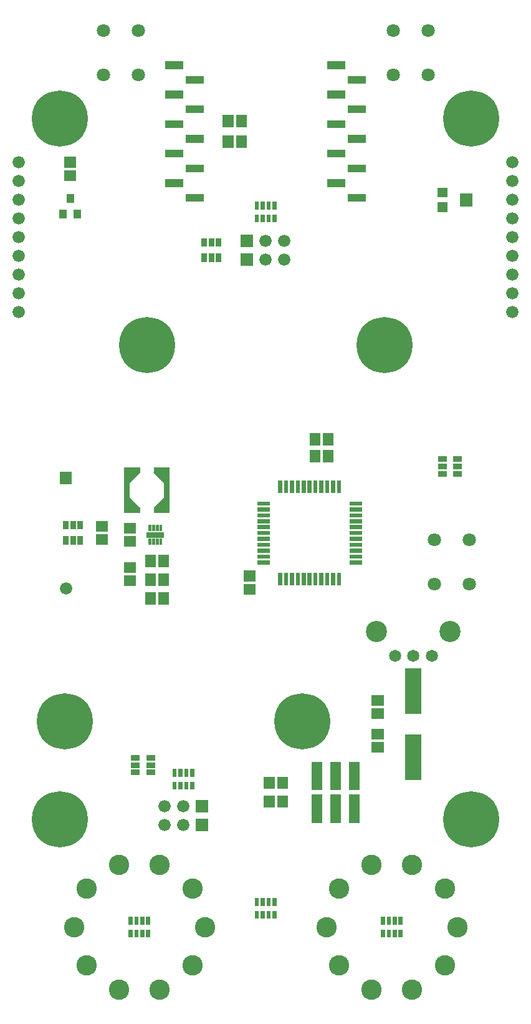
<source format=gbr>
G04 start of page 6 for group -4063 idx -4063 *
G04 Title: (unknown), componentmask *
G04 Creator: pcb 20110918 *
G04 CreationDate: Tue 28 Jun 2016 03:12:40 AM GMT UTC *
G04 For: railfan *
G04 Format: Gerber/RS-274X *
G04 PCB-Dimensions: 275000 550000 *
G04 PCB-Coordinate-Origin: lower left *
%MOIN*%
%FSLAX25Y25*%
%LNTOPMASK*%
%ADD94R,0.0290X0.0290*%
%ADD93R,0.0300X0.0300*%
%ADD92R,0.0257X0.0257*%
%ADD91R,0.0158X0.0158*%
%ADD90R,0.0847X0.0847*%
%ADD89R,0.0560X0.0560*%
%ADD88R,0.0217X0.0217*%
%ADD87R,0.0300X0.0300*%
%ADD86R,0.0572X0.0572*%
%ADD85R,0.0400X0.0400*%
%ADD84R,0.0410X0.0410*%
%ADD83R,0.0690X0.0690*%
%ADD82R,0.0530X0.0530*%
%ADD81R,0.0227X0.0227*%
%ADD80C,0.1090*%
%ADD79C,0.1130*%
%ADD78C,0.0650*%
%ADD77C,0.0001*%
%ADD76C,0.0710*%
%ADD75C,0.2997*%
%ADD74C,0.0660*%
G54D74*X269500Y383500D03*
G54D75*X201000Y366000D03*
G54D74*X269500Y393500D03*
Y403500D03*
Y413500D03*
Y423500D03*
Y433500D03*
Y443500D03*
Y453500D03*
Y463500D03*
G54D75*X247500Y487000D03*
G54D76*X205650Y510200D03*
Y533800D03*
X224350Y510200D03*
Y533800D03*
G54D74*X5500Y413500D03*
Y423500D03*
Y433500D03*
Y443500D03*
G54D77*G36*
X27300Y298300D02*Y291700D01*
X33900D01*
Y298300D01*
X27300D01*
G37*
G54D74*X5500Y383500D03*
Y393500D03*
Y403500D03*
G54D75*X74000Y366000D03*
G54D74*X5500Y453500D03*
Y463500D03*
G54D75*X27500Y487000D03*
G54D76*X50650Y510200D03*
Y533800D03*
X69350Y510200D03*
Y533800D03*
G54D77*G36*
X124200Y424800D02*Y418200D01*
X130800D01*
Y424800D01*
X124200D01*
G37*
G54D74*X137500Y421500D03*
X147500D03*
G54D77*G36*
X124200Y414800D02*Y408200D01*
X130800D01*
Y414800D01*
X124200D01*
G37*
G54D74*X137500Y411500D03*
X147500D03*
G54D78*X226343Y200000D03*
X216500D03*
X206657D03*
G54D79*X236185Y212992D03*
X196815D03*
G54D76*X227650Y238200D03*
Y261800D03*
X246350Y238200D03*
Y261800D03*
G54D75*X157000Y165000D03*
X27500Y112500D03*
X30000Y165000D03*
G54D74*X30600Y236000D03*
G54D80*X41684Y34428D03*
X35000Y54999D03*
X41684Y75572D03*
X59184Y21713D03*
X59185Y88287D03*
X80816D03*
X98316Y75572D03*
G54D77*G36*
X100200Y112800D02*Y106200D01*
X106800D01*
Y112800D01*
X100200D01*
G37*
G54D74*X93500Y109500D03*
X83500D03*
G54D77*G36*
X100200Y122800D02*Y116200D01*
X106800D01*
Y122800D01*
X100200D01*
G37*
G54D74*X93500Y119500D03*
X83500D03*
G54D75*X247500Y112500D03*
G54D80*X194185Y88287D03*
X215816D03*
X233316Y75572D03*
X240000Y55001D03*
X233316Y34428D03*
X215815Y21713D03*
X194184D03*
X105000Y55001D03*
X170000Y54999D03*
X176684Y75572D03*
X98316Y34428D03*
X80815Y21713D03*
X176684Y34428D03*
G54D81*X132776Y434587D02*Y432717D01*
X135925Y434587D02*Y432717D01*
X139075Y434587D02*Y432717D01*
X142224Y434587D02*Y432717D01*
Y441283D02*Y439413D01*
X139075Y441283D02*Y439413D01*
X135925Y441283D02*Y439413D01*
X132776Y441283D02*Y439413D01*
G54D82*X231950Y447401D02*Y447400D01*
Y439600D02*Y439599D01*
G54D83*X244750Y443500D02*Y443499D01*
G54D84*X183543Y444567D02*X189055D01*
G54D85*X29100Y436300D02*Y435700D01*
X36900Y436300D02*Y435700D01*
X33000Y444500D02*Y443900D01*
G54D86*X32607Y456457D02*X33393D01*
X32607Y463543D02*X33393D01*
G54D87*X104600Y413300D02*Y411700D01*
Y421500D02*Y419900D01*
X108500Y413300D02*Y411700D01*
Y421500D02*Y419900D01*
X112400Y413300D02*Y411700D01*
Y421500D02*Y419900D01*
G54D84*X96929Y444567D02*X102441D01*
X85945Y515433D02*X91457D01*
X85945Y499685D02*X91457D01*
X85945Y483937D02*X91457D01*
X85945Y468189D02*X91457D01*
X85945Y452441D02*X91457D01*
X96929Y460315D02*X102441D01*
X96929Y476063D02*X102441D01*
X96929Y491811D02*X102441D01*
X96929Y507559D02*X102441D01*
G54D86*X117457Y485893D02*Y485107D01*
X124543Y485893D02*Y485107D01*
X117457Y474893D02*Y474107D01*
X124543Y474893D02*Y474107D01*
G54D84*X172559Y515433D02*X178071D01*
X172559Y499685D02*X178071D01*
X172559Y483937D02*X178071D01*
X172559Y468189D02*X178071D01*
X172559Y452441D02*X178071D01*
X183543Y460315D02*X189055D01*
X183543Y476063D02*X189055D01*
X183543Y491811D02*X189055D01*
X183543Y507559D02*X189055D01*
G54D88*X170448Y243028D02*Y238602D01*
X173598Y243028D02*Y238602D01*
X176748Y243028D02*Y238602D01*
X183472Y249752D02*X187898D01*
G54D89*X165000Y123004D02*Y113516D01*
Y140484D02*Y130996D01*
X175000Y123004D02*Y113516D01*
Y140484D02*Y130996D01*
X185000Y123004D02*Y113516D01*
Y140484D02*Y130996D01*
G54D88*X183472Y252901D02*X187898D01*
X183472Y256051D02*X187898D01*
X183472Y259200D02*X187898D01*
X183472Y262350D02*X187898D01*
X183472Y265500D02*X187898D01*
X183472Y268649D02*X187898D01*
X183472Y271799D02*X187898D01*
X183472Y274948D02*X187898D01*
X183472Y278098D02*X187898D01*
X183472Y281248D02*X187898D01*
G54D81*X200276Y52587D02*Y50717D01*
Y59283D02*Y57413D01*
G54D86*X197107Y176043D02*X197893D01*
X197107Y168957D02*X197893D01*
X197107Y150957D02*X197893D01*
X197107Y158043D02*X197893D01*
G54D81*X203425Y52587D02*Y50717D01*
Y59283D02*Y57413D01*
X206575Y52587D02*Y50717D01*
X209724Y52587D02*Y50717D01*
Y59283D02*Y57413D01*
X206575Y59283D02*Y57413D01*
G54D90*X216500Y188991D02*Y173243D01*
Y153557D02*Y137809D01*
G54D88*X154700Y243028D02*Y238602D01*
X157850Y243028D02*Y238602D01*
X161000Y243028D02*Y238602D01*
X164149Y243028D02*Y238602D01*
X145252Y243028D02*Y238602D01*
X148401Y243028D02*Y238602D01*
X151551Y243028D02*Y238602D01*
X167299Y243028D02*Y238602D01*
G54D86*X128607Y242543D02*X129393D01*
X128607Y235457D02*X129393D01*
G54D88*X176748Y292398D02*Y287972D01*
X173599Y292398D02*Y287972D01*
X170449Y292398D02*Y287972D01*
X167300Y292398D02*Y287972D01*
X164150Y292398D02*Y287972D01*
X161000Y292398D02*Y287972D01*
X157851Y292398D02*Y287972D01*
G54D86*X163957Y306893D02*Y306107D01*
X171043Y306893D02*Y306107D01*
X163957Y315893D02*Y315107D01*
X171043Y315893D02*Y315107D01*
G54D88*X154701Y292398D02*Y287972D01*
X151552Y292398D02*Y287972D01*
X148402Y292398D02*Y287972D01*
X145252Y292398D02*Y287972D01*
X134102Y281248D02*X138528D01*
X134102Y278099D02*X138528D01*
X134102Y274949D02*X138528D01*
X134102Y271800D02*X138528D01*
X134102Y268650D02*X138528D01*
X134102Y265500D02*X138528D01*
X134102Y262351D02*X138528D01*
X134102Y259201D02*X138528D01*
X134102Y256052D02*X138528D01*
X134102Y252902D02*X138528D01*
X134102Y249752D02*X138528D01*
G54D87*X231200Y304900D02*X232800D01*
X231200Y301000D02*X232800D01*
X231200Y297100D02*X232800D01*
X239400D02*X241000D01*
X239400Y301000D02*X241000D01*
X239400Y304900D02*X241000D01*
G54D81*X65276Y52587D02*Y50717D01*
Y59283D02*Y57413D01*
X68425Y52587D02*Y50717D01*
Y59283D02*Y57413D01*
X71575Y52587D02*Y50717D01*
X74724Y52587D02*Y50717D01*
Y59283D02*Y57413D01*
X71575Y59283D02*Y57413D01*
X88776Y131587D02*Y129717D01*
X91925Y131587D02*Y129717D01*
X95075Y131587D02*Y129717D01*
X98224Y131587D02*Y129717D01*
Y138283D02*Y136413D01*
X95075Y138283D02*Y136413D01*
X91925Y138283D02*Y136413D01*
X88776Y138283D02*Y136413D01*
G54D87*X75200Y137600D02*X76800D01*
X75200Y141500D02*X76800D01*
X75200Y145400D02*X76800D01*
X67000D02*X68600D01*
X67000Y141500D02*X68600D01*
X67000Y137600D02*X68600D01*
G54D81*X132776Y62587D02*Y60717D01*
X135925Y62587D02*Y60717D01*
X139075Y62587D02*Y60717D01*
X142224Y62587D02*Y60717D01*
Y69283D02*Y67413D01*
X139075Y69283D02*Y67413D01*
X135925Y69283D02*Y67413D01*
X132776Y69283D02*Y67413D01*
G54D86*X139457Y122393D02*Y121607D01*
X146543Y122393D02*Y121607D01*
X139457Y132393D02*Y131607D01*
X146543Y132393D02*Y131607D01*
G54D87*X30600Y262300D02*Y260700D01*
Y270500D02*Y268900D01*
X34500Y262300D02*Y260700D01*
Y270500D02*Y268900D01*
X38400Y262300D02*Y260700D01*
Y270500D02*Y268900D01*
G54D86*X49607Y269043D02*X50393D01*
X49607Y261957D02*X50393D01*
X83043Y230893D02*Y230107D01*
X75957Y230893D02*Y230107D01*
X83043Y240893D02*Y240107D01*
X75957Y240893D02*Y240107D01*
X64607Y239957D02*X65393D01*
X64607Y247043D02*X65393D01*
X64607Y260957D02*X65393D01*
X75957Y250893D02*Y250107D01*
X83043Y250893D02*Y250107D01*
G54D91*X79484Y269028D02*Y267256D01*
X77516Y269028D02*Y267256D01*
X75547Y269028D02*Y267256D01*
G54D86*X64607Y268043D02*X65393D01*
G54D91*X75547Y261744D02*Y259972D01*
X77516Y261744D02*Y259972D01*
X79484Y261744D02*Y259972D01*
X81453Y261744D02*Y259972D01*
G54D92*X75547Y264500D02*X81453D01*
G54D93*X75370D02*X81630D01*
G54D91*X81453Y269028D02*Y267256D01*
G54D94*X79100Y277800D02*X84700D01*
G54D77*G36*
X77531Y278950D02*X83550Y284969D01*
X86096Y282423D01*
X80077Y276404D01*
X77531Y278950D01*
G37*
G36*
X81750Y280750D02*Y277150D01*
X85350D01*
Y280750D01*
X81750D01*
G37*
G54D94*X63300Y299200D02*Y277800D01*
X68900D01*
G54D77*G36*
X64450Y284969D02*X70469Y278950D01*
X67923Y276404D01*
X61904Y282423D01*
X64450Y284969D01*
G37*
G36*
X62650Y280750D02*Y277150D01*
X66250D01*
Y280750D01*
X62650D01*
G37*
G36*
X80077Y300596D02*X86096Y294577D01*
X83550Y292031D01*
X77531Y298050D01*
X80077Y300596D01*
G37*
G54D94*X63300Y299200D02*X68900D01*
G54D77*G36*
X61904Y294577D02*X67923Y300596D01*
X70469Y298050D01*
X64450Y292031D01*
X61904Y294577D01*
G37*
G36*
X62650Y299850D02*Y296250D01*
X66250D01*
Y299850D01*
X62650D01*
G37*
G54D94*X84700Y299200D02*Y277800D01*
X79100Y299200D02*X84700D01*
G54D77*G36*
X81750Y299850D02*Y296250D01*
X85350D01*
Y299850D01*
X81750D01*
G37*
M02*

</source>
